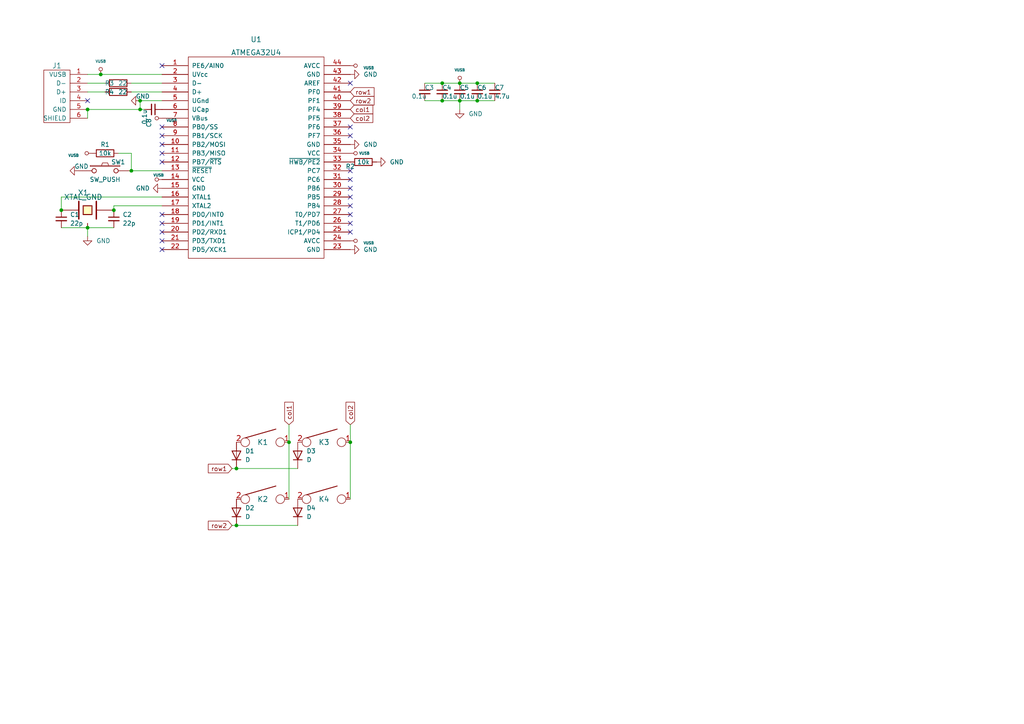
<source format=kicad_sch>
(kicad_sch (version 20211123) (generator eeschema)
  (paper "A4")
  (lib_symbols
    (symbol "Device:C_Small" (pin_numbers hide) (pin_names (offset 0.254) hide)
      (property "Reference" "C" (at 0.254 1.778 0))
      (property "Value" "C_Small" (at 0.254 -2.032 0))
      (symbol "C_Small_0_1"
        (polyline (pts (xy -1.524 -0.508) (xy 1.524 -0.508)) (stroke (width 0.3302)))
        (polyline (pts (xy -1.524 0.508) (xy 1.524 0.508)) (stroke (width 0.3048)))
      )
      (symbol "C_Small_1_1"
        (pin passive line (at 0 2.54 270) (length 2.032) (name "~") (number "1"))
        (pin passive line (at 0 -2.54 90) (length 2.032) (name "~") (number "2"))
      )
    )
    (symbol "Device:D" (pin_numbers hide) (pin_names (offset 1.016) hide)
      (property "Reference" "D" (at 0 2.54 0))
      (property "Value" "D" (at 0 -2.54 0))
      (symbol "D_0_1"
        (polyline (pts (xy -1.27 1.27) (xy -1.27 -1.27)) (stroke (width 0.254)))
        (polyline (pts (xy 1.27 0) (xy -1.27 0)))
        (polyline (pts (xy 1.27 1.27) (xy 1.27 -1.27) (xy -1.27 0) (xy 1.27 1.27)) (stroke (width 0.254)))
      )
      (symbol "D_1_1"
        (pin passive line (at -3.81 0 0) (length 2.54) (name "K") (number "1"))
        (pin passive line (at 3.81 0 180) (length 2.54) (name "A") (number "2"))
      )
    )
    (symbol "Device:R" (pin_numbers hide) (pin_names (offset 0))
      (property "Reference" "R" (at 2.032 0 90))
      (property "Value" "R" (at 0 0 90))
      (symbol "R_0_1"
        (rectangle (start -1.016 -2.54) (end 1.016 2.54) (stroke (width 0.254)))
      )
      (symbol "R_1_1"
        (pin passive line (at 0 3.81 270) (length 1.27) (name "~") (number "1"))
        (pin passive line (at 0 -3.81 90) (length 1.27) (name "~") (number "2"))
      )
    )
    (symbol "keyboard_parts:ATMEGA32U4" (pin_names (offset 1.016))
      (property "Reference" "U" (at 0 -31.75 0))
      (property "Value" "ATMEGA32U4" (at 0 31.75 0))
      (symbol "ATMEGA32U4_0_1"
        (rectangle (start 20.32 29.21) (end -19.05 -29.21))
      )
      (symbol "ATMEGA32U4_1_1"
        (pin bidirectional line (at -26.67 26.67 0) (length 7.62) (name "PE6/AIN0") (number "1"))
        (pin bidirectional line (at -26.67 3.81 0) (length 7.62) (name "PB2/MOSI") (number "10"))
        (pin bidirectional line (at -26.67 1.27 0) (length 7.62) (name "PB3/MISO") (number "11"))
        (pin bidirectional line (at -26.67 -1.27 0) (length 7.62) (name "PB7/~{RTS}") (number "12"))
        (pin input line (at -26.67 -3.81 0) (length 7.62) (name "~{RESET}") (number "13"))
        (pin power_in line (at -26.67 -6.35 0) (length 7.62) (name "VCC") (number "14"))
        (pin power_in line (at -26.67 -8.89 0) (length 7.62) (name "GND") (number "15"))
        (pin input line (at -26.67 -11.43 0) (length 7.62) (name "XTAL1") (number "16"))
        (pin output line (at -26.67 -13.97 0) (length 7.62) (name "XTAL2") (number "17"))
        (pin bidirectional line (at -26.67 -16.51 0) (length 7.62) (name "PD0/INT0") (number "18"))
        (pin bidirectional line (at -26.67 -19.05 0) (length 7.62) (name "PD1/INT1") (number "19"))
        (pin power_in line (at -26.67 24.13 0) (length 7.62) (name "UVcc") (number "2"))
        (pin bidirectional line (at -26.67 -21.59 0) (length 7.62) (name "PD2/RXD1") (number "20"))
        (pin bidirectional line (at -26.67 -24.13 0) (length 7.62) (name "PD3/TXD1") (number "21"))
        (pin bidirectional line (at -26.67 -26.67 0) (length 7.62) (name "PD5/XCK1") (number "22"))
        (pin power_in line (at 27.94 -26.67 180) (length 7.62) (name "GND") (number "23"))
        (pin power_in line (at 27.94 -24.13 180) (length 7.62) (name "AVCC") (number "24"))
        (pin bidirectional line (at 27.94 -21.59 180) (length 7.62) (name "ICP1/PD4") (number "25"))
        (pin bidirectional line (at 27.94 -19.05 180) (length 7.62) (name "T1/PD6") (number "26"))
        (pin bidirectional line (at 27.94 -16.51 180) (length 7.62) (name "T0/PD7") (number "27"))
        (pin bidirectional line (at 27.94 -13.97 180) (length 7.62) (name "PB4") (number "28"))
        (pin bidirectional line (at 27.94 -11.43 180) (length 7.62) (name "PB5") (number "29"))
        (pin bidirectional line (at -26.67 21.59 0) (length 7.62) (name "D-") (number "3"))
        (pin bidirectional line (at 27.94 -8.89 180) (length 7.62) (name "PB6") (number "30"))
        (pin bidirectional line (at 27.94 -6.35 180) (length 7.62) (name "PC6") (number "31"))
        (pin bidirectional line (at 27.94 -3.81 180) (length 7.62) (name "PC7") (number "32"))
        (pin bidirectional line (at 27.94 -1.27 180) (length 7.62) (name "~{HWB/PE2}") (number "33"))
        (pin power_in line (at 27.94 1.27 180) (length 7.62) (name "VCC") (number "34"))
        (pin power_in line (at 27.94 3.81 180) (length 7.62) (name "GND") (number "35"))
        (pin bidirectional line (at 27.94 6.35 180) (length 7.62) (name "PF7") (number "36"))
        (pin bidirectional line (at 27.94 8.89 180) (length 7.62) (name "PF6") (number "37"))
        (pin bidirectional line (at 27.94 11.43 180) (length 7.62) (name "PF5") (number "38"))
        (pin bidirectional line (at 27.94 13.97 180) (length 7.62) (name "PF4") (number "39"))
        (pin bidirectional line (at -26.67 19.05 0) (length 7.62) (name "D+") (number "4"))
        (pin bidirectional line (at 27.94 16.51 180) (length 7.62) (name "PF1") (number "40"))
        (pin bidirectional line (at 27.94 19.05 180) (length 7.62) (name "PF0") (number "41"))
        (pin input line (at 27.94 21.59 180) (length 7.62) (name "AREF") (number "42"))
        (pin power_in line (at 27.94 24.13 180) (length 7.62) (name "GND") (number "43"))
        (pin power_in line (at 27.94 26.67 180) (length 7.62) (name "AVCC") (number "44"))
        (pin power_in line (at -26.67 16.51 0) (length 7.62) (name "UGnd") (number "5"))
        (pin input line (at -26.67 13.97 0) (length 7.62) (name "UCap") (number "6"))
        (pin input line (at -26.67 11.43 0) (length 7.62) (name "VBus") (number "7"))
        (pin bidirectional line (at -26.67 8.89 0) (length 7.62) (name "PB0/SS") (number "8"))
        (pin bidirectional line (at -26.67 6.35 0) (length 7.62) (name "PB1/SCK") (number "9"))
      )
    )
    (symbol "keyboard_parts:KEYSW" (pin_names (offset 1.016))
      (property "Reference" "K?" (at -1.27 0 0))
      (symbol "KEYSW_0_1"
        (circle (center -5.08 0) (radius 1.27))
        (polyline (pts (xy -5.08 1.27) (xy 3.81 3.81)) (stroke (width 0.254)))
        (circle (center 5.08 0) (radius 1.27))
      )
      (symbol "KEYSW_1_1"
        (pin passive line (at 7.62 0 180) (length 1.27) (name "~") (number "1"))
        (pin passive line (at -7.62 0 0) (length 1.27) (name "~") (number "2"))
      )
    )
    (symbol "keyboard_parts:SW_PUSH" (pin_numbers hide) (pin_names (offset 1.016) hide)
      (property "Reference" "SW" (at 3.81 2.794 0))
      (property "Value" "SW_PUSH" (at 0 -2.032 0))
      (symbol "SW_PUSH_0_1"
        (rectangle (start -4.318 1.27) (end 4.318 1.524))
        (polyline (pts (xy -1.016 1.524) (xy -0.762 2.286) (xy 0.762 2.286) (xy 1.016 1.524)))
        (pin passive inverted (at -7.62 0 0) (length 5.08) (name "1") (number "1"))
        (pin passive inverted (at 7.62 0 180) (length 5.08) (name "2") (number "2"))
      )
    )
    (symbol "keyboard_parts:USB_mini_micro_B" (pin_names (offset 1.016))
      (property "Reference" "J" (at -10.16 -1.27 0))
      (symbol "USB_mini_micro_B_0_1"
        (rectangle (start -8.89 5.08) (end -1.27 -10.16))
      )
      (symbol "USB_mini_micro_B_1_1"
        (pin power_out line (at 3.81 3.81 180) (length 5.08) (name "VUSB") (number "1"))
        (pin bidirectional line (at 3.81 1.27 180) (length 5.08) (name "D-") (number "2"))
        (pin bidirectional line (at 3.81 -1.27 180) (length 5.08) (name "D+") (number "3"))
        (pin input line (at 3.81 -3.81 180) (length 5.08) (name "ID") (number "4"))
        (pin power_out line (at 3.81 -6.35 180) (length 5.08) (name "GND") (number "5"))
        (pin input line (at 3.81 -8.89 180) (length 5.08) (name "SHIELD") (number "6"))
      )
    )
    (symbol "keyboard_parts:VUSB" (power) (pin_names (offset 0))
      (property "Value" "VUSB" (at 0 2.794 0))
      (symbol "VUSB_0_0"
        (pin power_in line (at 0 0 90) (length 0) hide (name "VUSB") (number "1"))
      )
      (symbol "VUSB_0_1"
        (polyline (pts (xy 0 0) (xy 0 1.016) (xy 0 1.016)))
        (circle (center 0 1.524) (radius 0.508))
      )
    )
    (symbol "keyboard_parts:XTAL_GND" (pin_numbers hide) (pin_names (offset 1.016) hide)
      (property "Reference" "X" (at 0 3.81 0))
      (property "Value" "XTAL_GND" (at 0 -3.81 0))
      (symbol "XTAL_GND_0_1"
        (polyline (pts (xy -2.54 2.54) (xy -2.54 -2.54)) (stroke (width 0.4064)))
        (polyline (pts (xy 2.54 2.54) (xy 2.54 -2.54)) (stroke (width 0.4064)))
        (polyline (pts (xy -1.27 1.27) (xy 1.27 1.27) (xy 1.27 -1.27) (xy -1.27 -1.27) (xy -1.27 1.27)) (stroke (width 0.3048)) (fill (type background)))
      )
      (symbol "XTAL_GND_1_1"
        (pin passive line (at -7.62 0 0) (length 5.08) (name "1") (number "1"))
        (pin passive line (at 7.62 0 180) (length 5.08) (name "2") (number "2"))
        (pin passive line (at 0 -5.08 90) (length 1.27) (name "~") (number "3"))
      )
    )
    (symbol "power:GND" (power) (pin_names (offset 0))
      (property "Value" "GND" (at 0 -3.81 0))
      (symbol "GND_0_1"
        (polyline (pts (xy 0 0) (xy 0 -1.27) (xy 1.27 -1.27) (xy 0 -2.54) (xy -1.27 -1.27) (xy 0 -1.27)))
      )
      (symbol "GND_1_1"
        (pin power_in line (at 0 0 270) (length 0) hide (name "GND") (number "1"))
      )
    )
  )
  (junction (at 40.64 29.21))
  (junction (at 40.64 31.75))
  (junction (at 29.21 21.59))
  (junction (at 138.43 29.21))
  (junction (at 138.43 24.13))
  (junction (at 25.4 66.04))
  (junction (at 17.78 60.96))
  (junction (at 133.35 29.21))
  (junction (at 128.27 29.21))
  (junction (at 25.4 31.75))
  (junction (at 33.02 60.96))
  (junction (at 101.6 128.27))
  (junction (at 38.1 49.53))
  (junction (at 68.58 152.4))
  (junction (at 83.82 128.27))
  (junction (at 133.35 24.13))
  (junction (at 68.58 135.89))
  (junction (at 128.27 24.13))
  (no_connect (at 101.6 24.13))
  (no_connect (at 101.6 36.83))
  (no_connect (at 101.6 39.37))
  (no_connect (at 101.6 49.53))
  (no_connect (at 101.6 52.07))
  (no_connect (at 101.6 54.61))
  (no_connect (at 101.6 57.15))
  (no_connect (at 101.6 59.69))
  (no_connect (at 101.6 62.23))
  (no_connect (at 101.6 64.77))
  (no_connect (at 101.6 67.31))
  (no_connect (at 46.99 39.37))
  (no_connect (at 46.99 41.91))
  (no_connect (at 46.99 44.45))
  (no_connect (at 46.99 19.05))
  (no_connect (at 46.99 36.83))
  (no_connect (at 46.99 46.99))
  (no_connect (at 46.99 62.23))
  (no_connect (at 46.99 64.77))
  (no_connect (at 46.99 67.31))
  (no_connect (at 46.99 69.85))
  (no_connect (at 46.99 72.39))
  (no_connect (at 25.4 29.21))
  (wire (pts (xy 46.99 21.59) (xy 29.21 21.59)))
  (wire (pts (xy 40.64 29.21) (xy 46.99 29.21)))
  (wire (pts (xy 25.4 68.58) (xy 25.4 66.04)))
  (wire (pts (xy 38.1 49.53) (xy 38.1 44.45)))
  (wire (pts (xy 29.21 21.59) (xy 25.4 21.59)))
  (wire (pts (xy 38.1 24.13) (xy 46.99 24.13)))
  (wire (pts (xy 133.35 24.13) (xy 128.27 24.13)))
  (wire (pts (xy 68.58 152.4) (xy 86.36 152.4)))
  (wire (pts (xy 25.4 31.75) (xy 40.64 31.75)))
  (wire (pts (xy 83.82 128.27) (xy 83.82 144.78)))
  (wire (pts (xy 133.35 29.21) (xy 138.43 29.21)))
  (wire (pts (xy 25.4 66.04) (xy 33.02 66.04)))
  (wire (pts (xy 67.31 135.89) (xy 68.58 135.89)))
  (wire (pts (xy 101.6 123.19) (xy 101.6 128.27)))
  (wire (pts (xy 40.64 31.75) (xy 40.64 29.21)))
  (wire (pts (xy 46.99 59.69) (xy 33.02 59.69)))
  (wire (pts (xy 25.4 26.67) (xy 30.48 26.67)))
  (wire (pts (xy 128.27 29.21) (xy 133.35 29.21)))
  (wire (pts (xy 138.43 29.21) (xy 143.51 29.21)))
  (wire (pts (xy 38.1 44.45) (xy 34.29 44.45)))
  (wire (pts (xy 68.58 135.89) (xy 86.36 135.89)))
  (wire (pts (xy 133.35 31.75) (xy 133.35 29.21)))
  (wire (pts (xy 38.1 26.67) (xy 46.99 26.67)))
  (wire (pts (xy 138.43 24.13) (xy 143.51 24.13)))
  (wire (pts (xy 25.4 24.13) (xy 30.48 24.13)))
  (wire (pts (xy 38.1 49.53) (xy 46.99 49.53)))
  (wire (pts (xy 133.35 24.13) (xy 138.43 24.13)))
  (wire (pts (xy 33.02 59.69) (xy 33.02 60.96)))
  (wire (pts (xy 83.82 123.19) (xy 83.82 128.27)))
  (wire (pts (xy 123.19 24.13) (xy 128.27 24.13)))
  (wire (pts (xy 40.64 31.75) (xy 41.91 31.75)))
  (wire (pts (xy 67.31 152.4) (xy 68.58 152.4)))
  (wire (pts (xy 17.78 57.15) (xy 17.78 60.96)))
  (wire (pts (xy 101.6 128.27) (xy 101.6 144.78)))
  (wire (pts (xy 46.99 57.15) (xy 17.78 57.15)))
  (wire (pts (xy 17.78 66.04) (xy 25.4 66.04)))
  (wire (pts (xy 25.4 31.75) (xy 25.4 34.29)))
  (wire (pts (xy 123.19 29.21) (xy 128.27 29.21)))
  (global_label "row1" (shape input) (at 67.31 135.89 180) (property "Intersheet References" "${INTERSHEET_REFS}" (effects hide)))
  (global_label "col2" (shape input) (at 101.6 123.19 90) (property "Intersheet References" "${INTERSHEET_REFS}" (effects hide)))
  (global_label "row2" (shape input) (at 101.6 29.21 0) (property "Intersheet References" "${INTERSHEET_REFS}" (effects hide)))
  (global_label "col2" (shape input) (at 101.6 34.29 0) (property "Intersheet References" "${INTERSHEET_REFS}" (effects hide)))
  (global_label "row1" (shape input) (at 101.6 26.67 0) (property "Intersheet References" "${INTERSHEET_REFS}" (effects hide)))
  (global_label "row2" (shape input) (at 67.31 152.4 180) (property "Intersheet References" "${INTERSHEET_REFS}" (effects hide)))
  (global_label "col1" (shape input) (at 83.82 123.19 90) (property "Intersheet References" "${INTERSHEET_REFS}" (effects hide)))
  (global_label "col1" (shape input) (at 101.6 31.75 0) (property "Intersheet References" "${INTERSHEET_REFS}" (effects hide)))
  (symbol (lib_id "power:GND") (at 133.35 31.75 0) (unit 1)
    (property "Reference" "#PWR0107" (effects hide))
    (property "Value" "GND" (at 135.89 33.0199 0) (effects (justify left)))
  )
  (symbol (lib_id "keyboard_parts:VUSB") (at 29.21 21.59 0) (unit 1)
    (property "Reference" "#PWR0115" (effects hide))
    (property "Value" "VUSB" (at 29.21 17.78 0) (effects (font (size 0.762 0.762))))
  )
  (symbol (lib_id "Device:R") (at 105.41 46.99 90) (unit 1)
    (property "Reference" "R2" (at 101.6 48.26 90))
    (property "Value" "10k" (at 105.41 46.99 90))
    (property "Footprint" "Resistor_SMD:R_0805_2012Metric" (effects hide))
  )
  (symbol (lib_id "Device:D") (at 86.36 148.59 90) (unit 1)
    (property "Reference" "D4" (at 88.9 147.3199 90) (effects (justify right)))
    (property "Value" "D" (at 88.9 149.8599 90) (effects (justify right)))
    (property "Footprint" "keyboard_parts:D_SOD123_axial" (effects hide))
  )
  (symbol (lib_id "keyboard_parts:KEYSW") (at 93.98 144.78 0) (unit 1)
    (property "Reference" "K4" (at 93.98 144.78 0) (effects (font (size 1.524 1.524))))
    (property "Value" "KEYSW" (effects hide))
    (property "Footprint" "Button_Switch_Keyboard:SW_Matias_1.00u" (effects hide))
  )
  (symbol (lib_id "Device:C_Small") (at 138.43 26.67 0) (unit 1)
    (property "Reference" "C6" (at 138.43 25.4 0) (effects (justify left)))
    (property "Value" "0.1u" (at 138.43 27.94 0) (effects (justify left)))
    (property "Footprint" "Capacitor_SMD:C_0805_2012Metric" (effects hide))
  )
  (symbol (lib_id "keyboard_parts:VUSB") (at 101.6 69.85 270) (unit 1)
    (property "Reference" "#PWR0112" (effects hide))
    (property "Value" "VUSB" (at 105.41 70.485 90) (effects (font (size 0.762 0.762)) (justify left)))
  )
  (symbol (lib_id "keyboard_parts:VUSB") (at 101.6 19.05 270) (unit 1)
    (property "Reference" "#PWR0106" (effects hide))
    (property "Value" "VUSB" (at 105.41 19.685 90) (effects (font (size 0.762 0.762)) (justify left)))
  )
  (symbol (lib_id "Device:D") (at 68.58 132.08 90) (unit 1)
    (property "Reference" "D1" (at 71.12 130.8099 90) (effects (justify right)))
    (property "Value" "D" (at 71.12 133.3499 90) (effects (justify right)))
    (property "Footprint" "keyboard_parts:D_SOD123_axial" (effects hide))
  )
  (symbol (lib_id "power:GND") (at 46.99 54.61 270) (unit 1)
    (property "Reference" "#PWR0103" (effects hide))
    (property "Value" "GND" (at 39.37 54.61 90) (effects (justify left)))
  )
  (symbol (lib_id "power:GND") (at 101.6 41.91 90) (unit 1)
    (property "Reference" "#PWR0111" (effects hide))
    (property "Value" "GND" (at 105.41 41.9099 90) (effects (justify right)))
  )
  (symbol (lib_id "power:GND") (at 22.86 49.53 270) (unit 1)
    (property "Reference" "#PWR0101" (effects hide))
    (property "Value" "GND" (at 21.59 48.26 90) (effects (justify left)))
  )
  (symbol (lib_id "Device:C_Small") (at 17.78 63.5 0) (unit 1)
    (property "Reference" "C1" (at 20.32 62.2362 0) (effects (justify left)))
    (property "Value" "22p" (at 20.32 64.7762 0) (effects (justify left)))
    (property "Footprint" "Capacitor_SMD:C_0805_2012Metric" (effects hide))
  )
  (symbol (lib_id "keyboard_parts:VUSB") (at 46.99 52.07 90) (unit 1)
    (property "Reference" "#PWR0114" (effects hide))
    (property "Value" "VUSB" (at 44.45 50.8 90) (effects (font (size 0.762 0.762)) (justify right)))
  )
  (symbol (lib_id "Device:C_Small") (at 44.45 31.75 270) (unit 1)
    (property "Reference" "C8" (at 43.18 34.29 0) (effects (justify left)))
    (property "Value" "0.1u" (at 41.91 31.75 0) (effects (justify left)))
    (property "Footprint" "Capacitor_SMD:C_0805_2012Metric" (effects hide))
  )
  (symbol (lib_id "keyboard_parts:KEYSW") (at 93.98 128.27 0) (unit 1)
    (property "Reference" "K3" (at 93.98 128.27 0) (effects (font (size 1.524 1.524))))
    (property "Value" "KEYSW" (effects hide))
    (property "Footprint" "Button_Switch_Keyboard:SW_Matias_1.00u" (effects hide))
  )
  (symbol (lib_id "Device:C_Small") (at 133.35 26.67 0) (unit 1)
    (property "Reference" "C5" (at 133.35 25.4 0) (effects (justify left)))
    (property "Value" "0.1u" (at 133.35 27.94 0) (effects (justify left)))
    (property "Footprint" "Capacitor_SMD:C_0805_2012Metric" (effects hide))
  )
  (symbol (lib_id "keyboard_parts:KEYSW") (at 76.2 144.78 0) (unit 1)
    (property "Reference" "K2" (at 76.2 144.78 0) (effects (font (size 1.524 1.524))))
    (property "Value" "KEYSW" (effects hide))
    (property "Footprint" "Button_Switch_Keyboard:SW_Matias_1.00u" (effects hide))
  )
  (symbol (lib_id "Device:D") (at 68.58 148.59 90) (unit 1)
    (property "Reference" "D2" (at 71.12 147.3199 90) (effects (justify right)))
    (property "Value" "D" (at 71.12 149.8599 90) (effects (justify right)))
    (property "Footprint" "keyboard_parts:D_SOD123_axial" (effects hide))
  )
  (symbol (lib_id "power:GND") (at 101.6 72.39 90) (unit 1)
    (property "Reference" "#PWR0113" (effects hide))
    (property "Value" "GND" (at 105.41 72.3899 90) (effects (justify right)))
  )
  (symbol (lib_id "Device:C_Small") (at 143.51 26.67 0) (unit 1)
    (property "Reference" "C7" (at 143.51 25.4 0) (effects (justify left)))
    (property "Value" "4.7u" (at 143.51 27.94 0) (effects (justify left)))
    (property "Footprint" "Capacitor_SMD:C_0805_2012Metric" (effects hide))
  )
  (symbol (lib_id "keyboard_parts:VUSB") (at 133.35 24.13 0) (unit 1)
    (property "Reference" "#PWR0104" (effects hide))
    (property "Value" "VUSB" (at 133.35 20.32 0) (effects (font (size 0.762 0.762))))
  )
  (symbol (lib_id "Device:C_Small") (at 33.02 63.5 0) (unit 1)
    (property "Reference" "C2" (at 35.56 62.2362 0) (effects (justify left)))
    (property "Value" "22p" (at 35.56 64.7762 0) (effects (justify left)))
    (property "Footprint" "Capacitor_SMD:C_0805_2012Metric" (effects hide))
  )
  (symbol (lib_id "power:GND") (at 101.6 21.59 90) (unit 1)
    (property "Reference" "#PWR0108" (effects hide))
    (property "Value" "GND" (at 105.41 21.5899 90) (effects (justify right)))
  )
  (symbol (lib_id "Device:C_Small") (at 128.27 26.67 0) (unit 1)
    (property "Reference" "C4" (at 128.27 25.4 0) (effects (justify left)))
    (property "Value" "0.1u" (at 128.27 27.94 0) (effects (justify left)))
    (property "Footprint" "Capacitor_SMD:C_0805_2012Metric" (effects hide))
  )
  (symbol (lib_id "keyboard_parts:KEYSW") (at 76.2 128.27 0) (unit 1)
    (property "Reference" "K1" (at 76.2 128.27 0) (effects (font (size 1.524 1.524))))
    (property "Value" "KEYSW" (effects hide))
    (property "Footprint" "Button_Switch_Keyboard:SW_Matias_1.00u" (effects hide))
  )
  (symbol (lib_id "Device:C_Small") (at 123.19 26.67 0) (unit 1)
    (property "Reference" "C3" (at 123.19 25.4 0) (effects (justify left)))
    (property "Value" "0.1u" (at 119.38 27.94 0) (effects (justify left)))
    (property "Footprint" "Capacitor_SMD:C_0805_2012Metric" (effects hide))
  )
  (symbol (lib_id "keyboard_parts:VUSB") (at 26.67 44.45 90) (unit 1)
    (property "Reference" "#PWR0102" (effects hide))
    (property "Value" "VUSB" (at 22.86 45.085 90) (effects (font (size 0.762 0.762)) (justify left)))
  )
  (symbol (lib_id "power:GND") (at 25.4 68.58 0) (unit 1)
    (property "Reference" "#PWR0116" (effects hide))
    (property "Value" "GND" (at 27.94 69.8499 0) (effects (justify left)))
  )
  (symbol (lib_id "keyboard_parts:ATMEGA32U4") (at 73.66 45.72 0) (unit 1)
    (property "Reference" "U1" (at 74.295 11.43 0) (effects (font (size 1.524 1.524))))
    (property "Value" "ATMEGA32U4" (at 74.295 15.24 0) (effects (font (size 1.524 1.524))))
    (property "Footprint" "Package_QFP:TQFP-44_10x10mm_P0.8mm" (effects hide))
  )
  (symbol (lib_id "keyboard_parts:SW_PUSH") (at 30.48 49.53 0) (unit 1)
    (property "Reference" "SW1" (at 34.29 46.99 0))
    (property "Value" "SW_PUSH" (at 30.48 52.07 0))
    (property "Footprint" "Button_Switch_SMD:SW_SPST_TL3342" (effects hide))
  )
  (symbol (lib_id "keyboard_parts:XTAL_GND") (at 25.4 60.96 0) (unit 1)
    (property "Reference" "X1" (at 24.13 55.88 0) (effects (font (size 1.524 1.524))))
    (property "Value" "XTAL_GND" (at 24.13 57.15 0) (effects (font (size 1.524 1.524))))
    (property "Footprint" "Crystal:Crystal_SMD_SeikoEpson_TSX3225-4Pin_3.2x2.5mm_HandSoldering" (effects hide))
  )
  (symbol (lib_id "Device:R") (at 30.48 44.45 90) (unit 1)
    (property "Reference" "R1" (at 30.48 41.91 90))
    (property "Value" "10k" (at 30.48 44.45 90))
    (property "Footprint" "Resistor_SMD:R_0805_2012Metric" (effects hide))
  )
  (symbol (lib_id "Device:R") (at 34.29 24.13 90) (unit 1)
    (property "Reference" "R3" (at 31.75 24.13 90))
    (property "Value" "22" (at 34.29 24.13 90) (effects (justify right)))
    (property "Footprint" "Resistor_SMD:R_0805_2012Metric" (effects hide))
  )
  (symbol (lib_id "Device:R") (at 34.29 26.67 90) (unit 1)
    (property "Reference" "R4" (at 31.75 26.67 90))
    (property "Value" "22" (at 34.29 26.67 90) (effects (justify right)))
    (property "Footprint" "Resistor_SMD:R_0805_2012Metric" (effects hide))
  )
  (symbol (lib_id "power:GND") (at 40.64 29.21 270) (unit 1)
    (property "Reference" "#PWR0105" (effects hide))
    (property "Value" "GND" (at 39.37 27.94 90) (effects (justify left)))
  )
  (symbol (lib_id "keyboard_parts:VUSB") (at 46.99 34.29 90) (unit 1)
    (property "Reference" "#PWR?" (effects hide))
    (property "Value" "VUSB" (at 48.26 34.925 90) (effects (font (size 0.762 0.762)) (justify right)))
  )
  (symbol (lib_id "Device:D") (at 86.36 132.08 90) (unit 1)
    (property "Reference" "D3" (at 88.9 130.8099 90) (effects (justify right)))
    (property "Value" "D" (at 88.9 133.3499 90) (effects (justify right)))
    (property "Footprint" "keyboard_parts:D_SOD123_axial" (effects hide))
  )
  (symbol (lib_id "power:GND") (at 109.22 46.99 90) (unit 1)
    (property "Reference" "#PWR0109" (effects hide))
    (property "Value" "GND" (at 113.03 46.9899 90) (effects (justify right)))
  )
  (symbol (lib_id "keyboard_parts:USB_mini_micro_B") (at 21.59 25.4 0) (unit 1)
    (property "Reference" "J1" (at 16.51 19.05 0) (effects (font (size 1.524 1.524))))
    (property "Value" "USB_mini_micro_B" (effects hide))
    (property "Footprint" "keyboard_parts:USB_miniB_hirose_5S8" (effects hide))
  )
  (symbol (lib_id "keyboard_parts:VUSB") (at 101.6 44.45 270) (unit 1)
    (property "Reference" "#PWR0110" (effects hide))
    (property "Value" "VUSB" (at 104.14 44.45 90) (effects (font (size 0.762 0.762)) (justify left)))
  )
)
</source>
